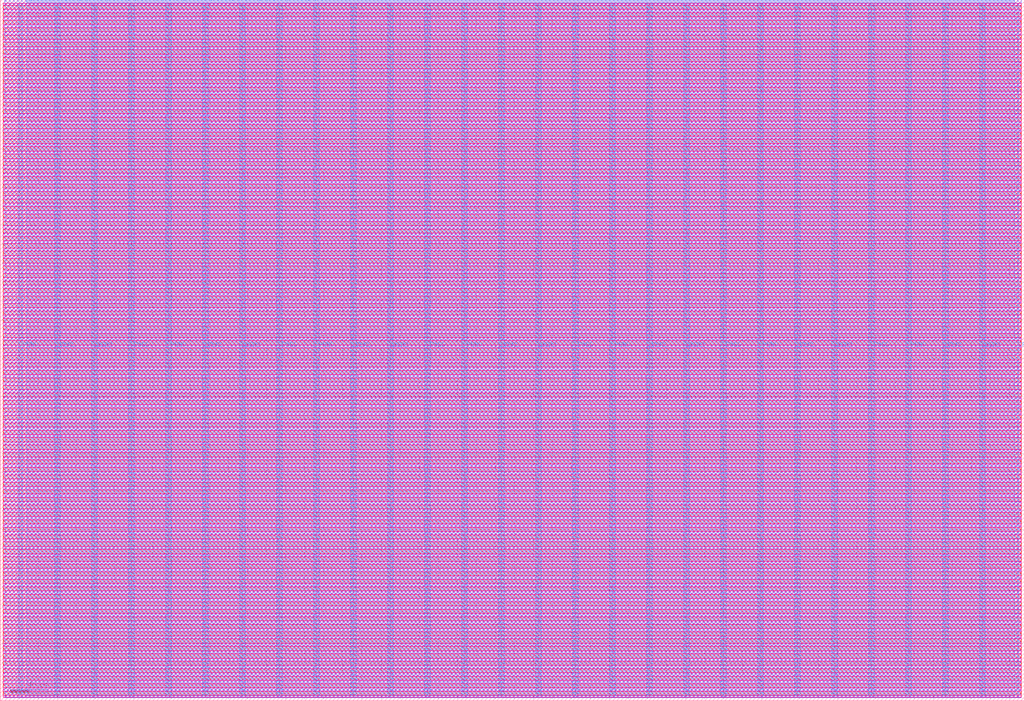
<source format=lef>
VERSION 5.7 ;
  NOWIREEXTENSIONATPIN ON ;
  DIVIDERCHAR "/" ;
  BUSBITCHARS "[]" ;
MACRO tt_um_BLE_RX
  CLASS BLOCK ;
  FOREIGN tt_um_BLE_RX ;
  ORIGIN 0.000 0.000 ;
  SIZE 1075.760 BY 736.960 ;
  PIN VGND
    DIRECTION INOUT ;
    USE GROUND ;
    PORT
      LAYER Metal4 ;
        RECT 22.180 3.620 23.780 733.340 ;
    END
    PORT
      LAYER Metal4 ;
        RECT 61.050 3.620 62.650 733.340 ;
    END
    PORT
      LAYER Metal4 ;
        RECT 99.920 3.620 101.520 733.340 ;
    END
    PORT
      LAYER Metal4 ;
        RECT 138.790 3.620 140.390 733.340 ;
    END
    PORT
      LAYER Metal4 ;
        RECT 177.660 3.620 179.260 733.340 ;
    END
    PORT
      LAYER Metal4 ;
        RECT 216.530 3.620 218.130 733.340 ;
    END
    PORT
      LAYER Metal4 ;
        RECT 255.400 3.620 257.000 733.340 ;
    END
    PORT
      LAYER Metal4 ;
        RECT 294.270 3.620 295.870 733.340 ;
    END
    PORT
      LAYER Metal4 ;
        RECT 333.140 3.620 334.740 733.340 ;
    END
    PORT
      LAYER Metal4 ;
        RECT 372.010 3.620 373.610 733.340 ;
    END
    PORT
      LAYER Metal4 ;
        RECT 410.880 3.620 412.480 733.340 ;
    END
    PORT
      LAYER Metal4 ;
        RECT 449.750 3.620 451.350 733.340 ;
    END
    PORT
      LAYER Metal4 ;
        RECT 488.620 3.620 490.220 733.340 ;
    END
    PORT
      LAYER Metal4 ;
        RECT 527.490 3.620 529.090 733.340 ;
    END
    PORT
      LAYER Metal4 ;
        RECT 566.360 3.620 567.960 733.340 ;
    END
    PORT
      LAYER Metal4 ;
        RECT 605.230 3.620 606.830 733.340 ;
    END
    PORT
      LAYER Metal4 ;
        RECT 644.100 3.620 645.700 733.340 ;
    END
    PORT
      LAYER Metal4 ;
        RECT 682.970 3.620 684.570 733.340 ;
    END
    PORT
      LAYER Metal4 ;
        RECT 721.840 3.620 723.440 733.340 ;
    END
    PORT
      LAYER Metal4 ;
        RECT 760.710 3.620 762.310 733.340 ;
    END
    PORT
      LAYER Metal4 ;
        RECT 799.580 3.620 801.180 733.340 ;
    END
    PORT
      LAYER Metal4 ;
        RECT 838.450 3.620 840.050 733.340 ;
    END
    PORT
      LAYER Metal4 ;
        RECT 877.320 3.620 878.920 733.340 ;
    END
    PORT
      LAYER Metal4 ;
        RECT 916.190 3.620 917.790 733.340 ;
    END
    PORT
      LAYER Metal4 ;
        RECT 955.060 3.620 956.660 733.340 ;
    END
    PORT
      LAYER Metal4 ;
        RECT 993.930 3.620 995.530 733.340 ;
    END
    PORT
      LAYER Metal4 ;
        RECT 1032.800 3.620 1034.400 733.340 ;
    END
  END VGND
  PIN VPWR
    DIRECTION INOUT ;
    USE POWER ;
    PORT
      LAYER Metal4 ;
        RECT 18.880 3.620 20.480 733.340 ;
    END
    PORT
      LAYER Metal4 ;
        RECT 57.750 3.620 59.350 733.340 ;
    END
    PORT
      LAYER Metal4 ;
        RECT 96.620 3.620 98.220 733.340 ;
    END
    PORT
      LAYER Metal4 ;
        RECT 135.490 3.620 137.090 733.340 ;
    END
    PORT
      LAYER Metal4 ;
        RECT 174.360 3.620 175.960 733.340 ;
    END
    PORT
      LAYER Metal4 ;
        RECT 213.230 3.620 214.830 733.340 ;
    END
    PORT
      LAYER Metal4 ;
        RECT 252.100 3.620 253.700 733.340 ;
    END
    PORT
      LAYER Metal4 ;
        RECT 290.970 3.620 292.570 733.340 ;
    END
    PORT
      LAYER Metal4 ;
        RECT 329.840 3.620 331.440 733.340 ;
    END
    PORT
      LAYER Metal4 ;
        RECT 368.710 3.620 370.310 733.340 ;
    END
    PORT
      LAYER Metal4 ;
        RECT 407.580 3.620 409.180 733.340 ;
    END
    PORT
      LAYER Metal4 ;
        RECT 446.450 3.620 448.050 733.340 ;
    END
    PORT
      LAYER Metal4 ;
        RECT 485.320 3.620 486.920 733.340 ;
    END
    PORT
      LAYER Metal4 ;
        RECT 524.190 3.620 525.790 733.340 ;
    END
    PORT
      LAYER Metal4 ;
        RECT 563.060 3.620 564.660 733.340 ;
    END
    PORT
      LAYER Metal4 ;
        RECT 601.930 3.620 603.530 733.340 ;
    END
    PORT
      LAYER Metal4 ;
        RECT 640.800 3.620 642.400 733.340 ;
    END
    PORT
      LAYER Metal4 ;
        RECT 679.670 3.620 681.270 733.340 ;
    END
    PORT
      LAYER Metal4 ;
        RECT 718.540 3.620 720.140 733.340 ;
    END
    PORT
      LAYER Metal4 ;
        RECT 757.410 3.620 759.010 733.340 ;
    END
    PORT
      LAYER Metal4 ;
        RECT 796.280 3.620 797.880 733.340 ;
    END
    PORT
      LAYER Metal4 ;
        RECT 835.150 3.620 836.750 733.340 ;
    END
    PORT
      LAYER Metal4 ;
        RECT 874.020 3.620 875.620 733.340 ;
    END
    PORT
      LAYER Metal4 ;
        RECT 912.890 3.620 914.490 733.340 ;
    END
    PORT
      LAYER Metal4 ;
        RECT 951.760 3.620 953.360 733.340 ;
    END
    PORT
      LAYER Metal4 ;
        RECT 990.630 3.620 992.230 733.340 ;
    END
    PORT
      LAYER Metal4 ;
        RECT 1029.500 3.620 1031.100 733.340 ;
    END
    PORT
      LAYER Metal4 ;
        RECT 1068.370 3.620 1069.970 733.340 ;
    END
  END VPWR
  PIN clk
    DIRECTION INPUT ;
    USE SIGNAL ;
    ANTENNAGATEAREA 4.738000 ;
    PORT
      LAYER Metal4 ;
        RECT 331.090 735.960 331.390 736.960 ;
    END
  END clk
  PIN ena
    DIRECTION INPUT ;
    USE SIGNAL ;
    ANTENNAGATEAREA 1.102000 ;
    PORT
      LAYER Metal4 ;
        RECT 338.370 735.960 338.670 736.960 ;
    END
  END ena
  PIN rst_n
    DIRECTION INPUT ;
    USE SIGNAL ;
    ANTENNAGATEAREA 1.102000 ;
    PORT
      LAYER Metal4 ;
        RECT 323.810 735.960 324.110 736.960 ;
    END
  END rst_n
  PIN ui_in[0]
    DIRECTION INPUT ;
    USE SIGNAL ;
    ANTENNAGATEAREA 1.102000 ;
    PORT
      LAYER Metal4 ;
        RECT 316.530 735.960 316.830 736.960 ;
    END
  END ui_in[0]
  PIN ui_in[1]
    DIRECTION INPUT ;
    USE SIGNAL ;
    ANTENNAGATEAREA 1.102000 ;
    PORT
      LAYER Metal4 ;
        RECT 309.250 735.960 309.550 736.960 ;
    END
  END ui_in[1]
  PIN ui_in[2]
    DIRECTION INPUT ;
    USE SIGNAL ;
    ANTENNAGATEAREA 1.102000 ;
    PORT
      LAYER Metal4 ;
        RECT 301.970 735.960 302.270 736.960 ;
    END
  END ui_in[2]
  PIN ui_in[3]
    DIRECTION INPUT ;
    USE SIGNAL ;
    ANTENNAGATEAREA 1.102000 ;
    PORT
      LAYER Metal4 ;
        RECT 294.690 735.960 294.990 736.960 ;
    END
  END ui_in[3]
  PIN ui_in[4]
    DIRECTION INPUT ;
    USE SIGNAL ;
    ANTENNAGATEAREA 1.102000 ;
    PORT
      LAYER Metal4 ;
        RECT 287.410 735.960 287.710 736.960 ;
    END
  END ui_in[4]
  PIN ui_in[5]
    DIRECTION INPUT ;
    USE SIGNAL ;
    ANTENNAGATEAREA 1.102000 ;
    PORT
      LAYER Metal4 ;
        RECT 280.130 735.960 280.430 736.960 ;
    END
  END ui_in[5]
  PIN ui_in[6]
    DIRECTION INPUT ;
    USE SIGNAL ;
    ANTENNAGATEAREA 1.102000 ;
    PORT
      LAYER Metal4 ;
        RECT 272.850 735.960 273.150 736.960 ;
    END
  END ui_in[6]
  PIN ui_in[7]
    DIRECTION INPUT ;
    USE SIGNAL ;
    ANTENNAGATEAREA 1.102000 ;
    PORT
      LAYER Metal4 ;
        RECT 265.570 735.960 265.870 736.960 ;
    END
  END ui_in[7]
  PIN uio_in[0]
    DIRECTION INPUT ;
    USE SIGNAL ;
    ANTENNAGATEAREA 1.102000 ;
    PORT
      LAYER Metal4 ;
        RECT 258.290 735.960 258.590 736.960 ;
    END
  END uio_in[0]
  PIN uio_in[1]
    DIRECTION INPUT ;
    USE SIGNAL ;
    ANTENNAGATEAREA 1.102000 ;
    PORT
      LAYER Metal4 ;
        RECT 251.010 735.960 251.310 736.960 ;
    END
  END uio_in[1]
  PIN uio_in[2]
    DIRECTION INPUT ;
    USE SIGNAL ;
    PORT
      LAYER Metal4 ;
        RECT 243.730 735.960 244.030 736.960 ;
    END
  END uio_in[2]
  PIN uio_in[3]
    DIRECTION INPUT ;
    USE SIGNAL ;
    PORT
      LAYER Metal4 ;
        RECT 236.450 735.960 236.750 736.960 ;
    END
  END uio_in[3]
  PIN uio_in[4]
    DIRECTION INPUT ;
    USE SIGNAL ;
    PORT
      LAYER Metal4 ;
        RECT 229.170 735.960 229.470 736.960 ;
    END
  END uio_in[4]
  PIN uio_in[5]
    DIRECTION INPUT ;
    USE SIGNAL ;
    PORT
      LAYER Metal4 ;
        RECT 221.890 735.960 222.190 736.960 ;
    END
  END uio_in[5]
  PIN uio_in[6]
    DIRECTION INPUT ;
    USE SIGNAL ;
    PORT
      LAYER Metal4 ;
        RECT 214.610 735.960 214.910 736.960 ;
    END
  END uio_in[6]
  PIN uio_in[7]
    DIRECTION INPUT ;
    USE SIGNAL ;
    PORT
      LAYER Metal4 ;
        RECT 207.330 735.960 207.630 736.960 ;
    END
  END uio_in[7]
  PIN uio_oe[0]
    DIRECTION OUTPUT ;
    USE SIGNAL ;
    ANTENNADIFFAREA 0.360800 ;
    PORT
      LAYER Metal4 ;
        RECT 83.570 735.960 83.870 736.960 ;
    END
  END uio_oe[0]
  PIN uio_oe[1]
    DIRECTION OUTPUT ;
    USE SIGNAL ;
    ANTENNADIFFAREA 0.360800 ;
    PORT
      LAYER Metal4 ;
        RECT 76.290 735.960 76.590 736.960 ;
    END
  END uio_oe[1]
  PIN uio_oe[2]
    DIRECTION OUTPUT ;
    USE SIGNAL ;
    ANTENNADIFFAREA 0.536800 ;
    PORT
      LAYER Metal4 ;
        RECT 69.010 735.960 69.310 736.960 ;
    END
  END uio_oe[2]
  PIN uio_oe[3]
    DIRECTION OUTPUT ;
    USE SIGNAL ;
    ANTENNADIFFAREA 0.536800 ;
    PORT
      LAYER Metal4 ;
        RECT 61.730 735.960 62.030 736.960 ;
    END
  END uio_oe[3]
  PIN uio_oe[4]
    DIRECTION OUTPUT ;
    USE SIGNAL ;
    ANTENNADIFFAREA 0.536800 ;
    PORT
      LAYER Metal4 ;
        RECT 54.450 735.960 54.750 736.960 ;
    END
  END uio_oe[4]
  PIN uio_oe[5]
    DIRECTION OUTPUT ;
    USE SIGNAL ;
    ANTENNADIFFAREA 0.536800 ;
    PORT
      LAYER Metal4 ;
        RECT 47.170 735.960 47.470 736.960 ;
    END
  END uio_oe[5]
  PIN uio_oe[6]
    DIRECTION OUTPUT ;
    USE SIGNAL ;
    ANTENNADIFFAREA 0.536800 ;
    PORT
      LAYER Metal4 ;
        RECT 39.890 735.960 40.190 736.960 ;
    END
  END uio_oe[6]
  PIN uio_oe[7]
    DIRECTION OUTPUT ;
    USE SIGNAL ;
    ANTENNADIFFAREA 0.536800 ;
    PORT
      LAYER Metal4 ;
        RECT 32.610 735.960 32.910 736.960 ;
    END
  END uio_oe[7]
  PIN uio_out[0]
    DIRECTION OUTPUT ;
    USE SIGNAL ;
    ANTENNADIFFAREA 0.360800 ;
    PORT
      LAYER Metal4 ;
        RECT 141.810 735.960 142.110 736.960 ;
    END
  END uio_out[0]
  PIN uio_out[1]
    DIRECTION OUTPUT ;
    USE SIGNAL ;
    ANTENNADIFFAREA 0.360800 ;
    PORT
      LAYER Metal4 ;
        RECT 134.530 735.960 134.830 736.960 ;
    END
  END uio_out[1]
  PIN uio_out[2]
    DIRECTION OUTPUT ;
    USE SIGNAL ;
    ANTENNAGATEAREA 5.006000 ;
    ANTENNADIFFAREA 2.111200 ;
    PORT
      LAYER Metal4 ;
        RECT 127.250 735.960 127.550 736.960 ;
    END
  END uio_out[2]
  PIN uio_out[3]
    DIRECTION OUTPUT ;
    USE SIGNAL ;
    ANTENNAGATEAREA 5.465000 ;
    ANTENNADIFFAREA 2.111200 ;
    PORT
      LAYER Metal4 ;
        RECT 119.970 735.960 120.270 736.960 ;
    END
  END uio_out[3]
  PIN uio_out[4]
    DIRECTION OUTPUT ;
    USE SIGNAL ;
    ANTENNAGATEAREA 5.006000 ;
    ANTENNADIFFAREA 2.111200 ;
    PORT
      LAYER Metal4 ;
        RECT 112.690 735.960 112.990 736.960 ;
    END
  END uio_out[4]
  PIN uio_out[5]
    DIRECTION OUTPUT ;
    USE SIGNAL ;
    ANTENNAGATEAREA 5.510000 ;
    ANTENNADIFFAREA 2.111200 ;
    PORT
      LAYER Metal4 ;
        RECT 105.410 735.960 105.710 736.960 ;
    END
  END uio_out[5]
  PIN uio_out[6]
    DIRECTION OUTPUT ;
    USE SIGNAL ;
    ANTENNADIFFAREA 4.731200 ;
    PORT
      LAYER Metal4 ;
        RECT 98.130 735.960 98.430 736.960 ;
    END
  END uio_out[6]
  PIN uio_out[7]
    DIRECTION OUTPUT ;
    USE SIGNAL ;
    ANTENNADIFFAREA 4.731200 ;
    PORT
      LAYER Metal4 ;
        RECT 90.850 735.960 91.150 736.960 ;
    END
  END uio_out[7]
  PIN uo_out[0]
    DIRECTION OUTPUT ;
    USE SIGNAL ;
    ANTENNADIFFAREA 1.055600 ;
    PORT
      LAYER Metal4 ;
        RECT 200.050 735.960 200.350 736.960 ;
    END
  END uo_out[0]
  PIN uo_out[1]
    DIRECTION OUTPUT ;
    USE SIGNAL ;
    ANTENNADIFFAREA 1.055600 ;
    PORT
      LAYER Metal4 ;
        RECT 192.770 735.960 193.070 736.960 ;
    END
  END uo_out[1]
  PIN uo_out[2]
    DIRECTION OUTPUT ;
    USE SIGNAL ;
    ANTENNADIFFAREA 1.055600 ;
    PORT
      LAYER Metal4 ;
        RECT 185.490 735.960 185.790 736.960 ;
    END
  END uo_out[2]
  PIN uo_out[3]
    DIRECTION OUTPUT ;
    USE SIGNAL ;
    ANTENNADIFFAREA 1.055600 ;
    PORT
      LAYER Metal4 ;
        RECT 178.210 735.960 178.510 736.960 ;
    END
  END uo_out[3]
  PIN uo_out[4]
    DIRECTION OUTPUT ;
    USE SIGNAL ;
    ANTENNADIFFAREA 1.055600 ;
    PORT
      LAYER Metal4 ;
        RECT 170.930 735.960 171.230 736.960 ;
    END
  END uo_out[4]
  PIN uo_out[5]
    DIRECTION OUTPUT ;
    USE SIGNAL ;
    ANTENNADIFFAREA 1.055600 ;
    PORT
      LAYER Metal4 ;
        RECT 163.650 735.960 163.950 736.960 ;
    END
  END uo_out[5]
  PIN uo_out[6]
    DIRECTION OUTPUT ;
    USE SIGNAL ;
    ANTENNADIFFAREA 1.055600 ;
    PORT
      LAYER Metal4 ;
        RECT 156.370 735.960 156.670 736.960 ;
    END
  END uo_out[6]
  PIN uo_out[7]
    DIRECTION OUTPUT ;
    USE SIGNAL ;
    ANTENNADIFFAREA 1.055600 ;
    PORT
      LAYER Metal4 ;
        RECT 149.090 735.960 149.390 736.960 ;
    END
  END uo_out[7]
  OBS
      LAYER Pwell ;
        RECT 2.930 731.280 1072.830 733.470 ;
      LAYER Nwell ;
        RECT 2.930 726.960 1072.830 731.280 ;
      LAYER Pwell ;
        RECT 2.930 723.440 1072.830 726.960 ;
      LAYER Nwell ;
        RECT 2.930 719.120 1072.830 723.440 ;
      LAYER Pwell ;
        RECT 2.930 715.600 1072.830 719.120 ;
      LAYER Nwell ;
        RECT 2.930 711.280 1072.830 715.600 ;
      LAYER Pwell ;
        RECT 2.930 707.760 1072.830 711.280 ;
      LAYER Nwell ;
        RECT 2.930 703.440 1072.830 707.760 ;
      LAYER Pwell ;
        RECT 2.930 699.920 1072.830 703.440 ;
      LAYER Nwell ;
        RECT 2.930 695.600 1072.830 699.920 ;
      LAYER Pwell ;
        RECT 2.930 692.080 1072.830 695.600 ;
      LAYER Nwell ;
        RECT 2.930 687.760 1072.830 692.080 ;
      LAYER Pwell ;
        RECT 2.930 684.240 1072.830 687.760 ;
      LAYER Nwell ;
        RECT 2.930 679.920 1072.830 684.240 ;
      LAYER Pwell ;
        RECT 2.930 676.400 1072.830 679.920 ;
      LAYER Nwell ;
        RECT 2.930 672.080 1072.830 676.400 ;
      LAYER Pwell ;
        RECT 2.930 668.560 1072.830 672.080 ;
      LAYER Nwell ;
        RECT 2.930 664.240 1072.830 668.560 ;
      LAYER Pwell ;
        RECT 2.930 660.720 1072.830 664.240 ;
      LAYER Nwell ;
        RECT 2.930 656.400 1072.830 660.720 ;
      LAYER Pwell ;
        RECT 2.930 652.880 1072.830 656.400 ;
      LAYER Nwell ;
        RECT 2.930 648.560 1072.830 652.880 ;
      LAYER Pwell ;
        RECT 2.930 645.040 1072.830 648.560 ;
      LAYER Nwell ;
        RECT 2.930 640.720 1072.830 645.040 ;
      LAYER Pwell ;
        RECT 2.930 637.200 1072.830 640.720 ;
      LAYER Nwell ;
        RECT 2.930 632.880 1072.830 637.200 ;
      LAYER Pwell ;
        RECT 2.930 629.360 1072.830 632.880 ;
      LAYER Nwell ;
        RECT 2.930 625.040 1072.830 629.360 ;
      LAYER Pwell ;
        RECT 2.930 621.520 1072.830 625.040 ;
      LAYER Nwell ;
        RECT 2.930 617.200 1072.830 621.520 ;
      LAYER Pwell ;
        RECT 2.930 613.680 1072.830 617.200 ;
      LAYER Nwell ;
        RECT 2.930 609.360 1072.830 613.680 ;
      LAYER Pwell ;
        RECT 2.930 605.840 1072.830 609.360 ;
      LAYER Nwell ;
        RECT 2.930 601.520 1072.830 605.840 ;
      LAYER Pwell ;
        RECT 2.930 598.000 1072.830 601.520 ;
      LAYER Nwell ;
        RECT 2.930 593.680 1072.830 598.000 ;
      LAYER Pwell ;
        RECT 2.930 590.160 1072.830 593.680 ;
      LAYER Nwell ;
        RECT 2.930 585.840 1072.830 590.160 ;
      LAYER Pwell ;
        RECT 2.930 582.320 1072.830 585.840 ;
      LAYER Nwell ;
        RECT 2.930 578.000 1072.830 582.320 ;
      LAYER Pwell ;
        RECT 2.930 574.480 1072.830 578.000 ;
      LAYER Nwell ;
        RECT 2.930 570.160 1072.830 574.480 ;
      LAYER Pwell ;
        RECT 2.930 566.640 1072.830 570.160 ;
      LAYER Nwell ;
        RECT 2.930 562.320 1072.830 566.640 ;
      LAYER Pwell ;
        RECT 2.930 558.800 1072.830 562.320 ;
      LAYER Nwell ;
        RECT 2.930 554.480 1072.830 558.800 ;
      LAYER Pwell ;
        RECT 2.930 550.960 1072.830 554.480 ;
      LAYER Nwell ;
        RECT 2.930 546.640 1072.830 550.960 ;
      LAYER Pwell ;
        RECT 2.930 543.120 1072.830 546.640 ;
      LAYER Nwell ;
        RECT 2.930 538.800 1072.830 543.120 ;
      LAYER Pwell ;
        RECT 2.930 535.280 1072.830 538.800 ;
      LAYER Nwell ;
        RECT 2.930 530.960 1072.830 535.280 ;
      LAYER Pwell ;
        RECT 2.930 527.440 1072.830 530.960 ;
      LAYER Nwell ;
        RECT 2.930 523.120 1072.830 527.440 ;
      LAYER Pwell ;
        RECT 2.930 519.600 1072.830 523.120 ;
      LAYER Nwell ;
        RECT 2.930 515.280 1072.830 519.600 ;
      LAYER Pwell ;
        RECT 2.930 511.760 1072.830 515.280 ;
      LAYER Nwell ;
        RECT 2.930 507.440 1072.830 511.760 ;
      LAYER Pwell ;
        RECT 2.930 503.920 1072.830 507.440 ;
      LAYER Nwell ;
        RECT 2.930 499.600 1072.830 503.920 ;
      LAYER Pwell ;
        RECT 2.930 496.080 1072.830 499.600 ;
      LAYER Nwell ;
        RECT 2.930 491.760 1072.830 496.080 ;
      LAYER Pwell ;
        RECT 2.930 488.240 1072.830 491.760 ;
      LAYER Nwell ;
        RECT 2.930 483.920 1072.830 488.240 ;
      LAYER Pwell ;
        RECT 2.930 480.400 1072.830 483.920 ;
      LAYER Nwell ;
        RECT 2.930 476.080 1072.830 480.400 ;
      LAYER Pwell ;
        RECT 2.930 472.560 1072.830 476.080 ;
      LAYER Nwell ;
        RECT 2.930 468.240 1072.830 472.560 ;
      LAYER Pwell ;
        RECT 2.930 464.720 1072.830 468.240 ;
      LAYER Nwell ;
        RECT 2.930 460.400 1072.830 464.720 ;
      LAYER Pwell ;
        RECT 2.930 456.880 1072.830 460.400 ;
      LAYER Nwell ;
        RECT 2.930 452.560 1072.830 456.880 ;
      LAYER Pwell ;
        RECT 2.930 449.040 1072.830 452.560 ;
      LAYER Nwell ;
        RECT 2.930 444.720 1072.830 449.040 ;
      LAYER Pwell ;
        RECT 2.930 441.200 1072.830 444.720 ;
      LAYER Nwell ;
        RECT 2.930 436.880 1072.830 441.200 ;
      LAYER Pwell ;
        RECT 2.930 433.360 1072.830 436.880 ;
      LAYER Nwell ;
        RECT 2.930 429.040 1072.830 433.360 ;
      LAYER Pwell ;
        RECT 2.930 425.520 1072.830 429.040 ;
      LAYER Nwell ;
        RECT 2.930 421.200 1072.830 425.520 ;
      LAYER Pwell ;
        RECT 2.930 417.680 1072.830 421.200 ;
      LAYER Nwell ;
        RECT 2.930 413.360 1072.830 417.680 ;
      LAYER Pwell ;
        RECT 2.930 409.840 1072.830 413.360 ;
      LAYER Nwell ;
        RECT 2.930 405.520 1072.830 409.840 ;
      LAYER Pwell ;
        RECT 2.930 402.000 1072.830 405.520 ;
      LAYER Nwell ;
        RECT 2.930 397.680 1072.830 402.000 ;
      LAYER Pwell ;
        RECT 2.930 394.160 1072.830 397.680 ;
      LAYER Nwell ;
        RECT 2.930 389.840 1072.830 394.160 ;
      LAYER Pwell ;
        RECT 2.930 386.320 1072.830 389.840 ;
      LAYER Nwell ;
        RECT 2.930 382.000 1072.830 386.320 ;
      LAYER Pwell ;
        RECT 2.930 378.480 1072.830 382.000 ;
      LAYER Nwell ;
        RECT 2.930 374.160 1072.830 378.480 ;
      LAYER Pwell ;
        RECT 2.930 370.640 1072.830 374.160 ;
      LAYER Nwell ;
        RECT 2.930 366.320 1072.830 370.640 ;
      LAYER Pwell ;
        RECT 2.930 362.800 1072.830 366.320 ;
      LAYER Nwell ;
        RECT 2.930 358.480 1072.830 362.800 ;
      LAYER Pwell ;
        RECT 2.930 354.960 1072.830 358.480 ;
      LAYER Nwell ;
        RECT 2.930 350.640 1072.830 354.960 ;
      LAYER Pwell ;
        RECT 2.930 347.120 1072.830 350.640 ;
      LAYER Nwell ;
        RECT 2.930 342.800 1072.830 347.120 ;
      LAYER Pwell ;
        RECT 2.930 339.280 1072.830 342.800 ;
      LAYER Nwell ;
        RECT 2.930 334.960 1072.830 339.280 ;
      LAYER Pwell ;
        RECT 2.930 331.440 1072.830 334.960 ;
      LAYER Nwell ;
        RECT 2.930 327.120 1072.830 331.440 ;
      LAYER Pwell ;
        RECT 2.930 323.600 1072.830 327.120 ;
      LAYER Nwell ;
        RECT 2.930 319.280 1072.830 323.600 ;
      LAYER Pwell ;
        RECT 2.930 315.760 1072.830 319.280 ;
      LAYER Nwell ;
        RECT 2.930 311.440 1072.830 315.760 ;
      LAYER Pwell ;
        RECT 2.930 307.920 1072.830 311.440 ;
      LAYER Nwell ;
        RECT 2.930 303.600 1072.830 307.920 ;
      LAYER Pwell ;
        RECT 2.930 300.080 1072.830 303.600 ;
      LAYER Nwell ;
        RECT 2.930 295.760 1072.830 300.080 ;
      LAYER Pwell ;
        RECT 2.930 292.240 1072.830 295.760 ;
      LAYER Nwell ;
        RECT 2.930 287.920 1072.830 292.240 ;
      LAYER Pwell ;
        RECT 2.930 284.400 1072.830 287.920 ;
      LAYER Nwell ;
        RECT 2.930 280.080 1072.830 284.400 ;
      LAYER Pwell ;
        RECT 2.930 276.560 1072.830 280.080 ;
      LAYER Nwell ;
        RECT 2.930 272.240 1072.830 276.560 ;
      LAYER Pwell ;
        RECT 2.930 268.720 1072.830 272.240 ;
      LAYER Nwell ;
        RECT 2.930 264.400 1072.830 268.720 ;
      LAYER Pwell ;
        RECT 2.930 260.880 1072.830 264.400 ;
      LAYER Nwell ;
        RECT 2.930 256.560 1072.830 260.880 ;
      LAYER Pwell ;
        RECT 2.930 253.040 1072.830 256.560 ;
      LAYER Nwell ;
        RECT 2.930 248.720 1072.830 253.040 ;
      LAYER Pwell ;
        RECT 2.930 245.200 1072.830 248.720 ;
      LAYER Nwell ;
        RECT 2.930 240.880 1072.830 245.200 ;
      LAYER Pwell ;
        RECT 2.930 237.360 1072.830 240.880 ;
      LAYER Nwell ;
        RECT 2.930 233.040 1072.830 237.360 ;
      LAYER Pwell ;
        RECT 2.930 229.520 1072.830 233.040 ;
      LAYER Nwell ;
        RECT 2.930 225.200 1072.830 229.520 ;
      LAYER Pwell ;
        RECT 2.930 221.680 1072.830 225.200 ;
      LAYER Nwell ;
        RECT 2.930 217.360 1072.830 221.680 ;
      LAYER Pwell ;
        RECT 2.930 213.840 1072.830 217.360 ;
      LAYER Nwell ;
        RECT 2.930 209.520 1072.830 213.840 ;
      LAYER Pwell ;
        RECT 2.930 206.000 1072.830 209.520 ;
      LAYER Nwell ;
        RECT 2.930 201.680 1072.830 206.000 ;
      LAYER Pwell ;
        RECT 2.930 198.160 1072.830 201.680 ;
      LAYER Nwell ;
        RECT 2.930 193.840 1072.830 198.160 ;
      LAYER Pwell ;
        RECT 2.930 190.320 1072.830 193.840 ;
      LAYER Nwell ;
        RECT 2.930 186.000 1072.830 190.320 ;
      LAYER Pwell ;
        RECT 2.930 182.480 1072.830 186.000 ;
      LAYER Nwell ;
        RECT 2.930 178.160 1072.830 182.480 ;
      LAYER Pwell ;
        RECT 2.930 174.640 1072.830 178.160 ;
      LAYER Nwell ;
        RECT 2.930 170.320 1072.830 174.640 ;
      LAYER Pwell ;
        RECT 2.930 166.800 1072.830 170.320 ;
      LAYER Nwell ;
        RECT 2.930 162.480 1072.830 166.800 ;
      LAYER Pwell ;
        RECT 2.930 158.960 1072.830 162.480 ;
      LAYER Nwell ;
        RECT 2.930 154.640 1072.830 158.960 ;
      LAYER Pwell ;
        RECT 2.930 151.120 1072.830 154.640 ;
      LAYER Nwell ;
        RECT 2.930 146.800 1072.830 151.120 ;
      LAYER Pwell ;
        RECT 2.930 143.280 1072.830 146.800 ;
      LAYER Nwell ;
        RECT 2.930 138.960 1072.830 143.280 ;
      LAYER Pwell ;
        RECT 2.930 135.440 1072.830 138.960 ;
      LAYER Nwell ;
        RECT 2.930 131.120 1072.830 135.440 ;
      LAYER Pwell ;
        RECT 2.930 127.600 1072.830 131.120 ;
      LAYER Nwell ;
        RECT 2.930 123.280 1072.830 127.600 ;
      LAYER Pwell ;
        RECT 2.930 119.760 1072.830 123.280 ;
      LAYER Nwell ;
        RECT 2.930 115.440 1072.830 119.760 ;
      LAYER Pwell ;
        RECT 2.930 111.920 1072.830 115.440 ;
      LAYER Nwell ;
        RECT 2.930 107.600 1072.830 111.920 ;
      LAYER Pwell ;
        RECT 2.930 104.080 1072.830 107.600 ;
      LAYER Nwell ;
        RECT 2.930 99.760 1072.830 104.080 ;
      LAYER Pwell ;
        RECT 2.930 96.240 1072.830 99.760 ;
      LAYER Nwell ;
        RECT 2.930 91.920 1072.830 96.240 ;
      LAYER Pwell ;
        RECT 2.930 88.400 1072.830 91.920 ;
      LAYER Nwell ;
        RECT 2.930 84.080 1072.830 88.400 ;
      LAYER Pwell ;
        RECT 2.930 80.560 1072.830 84.080 ;
      LAYER Nwell ;
        RECT 2.930 76.240 1072.830 80.560 ;
      LAYER Pwell ;
        RECT 2.930 72.720 1072.830 76.240 ;
      LAYER Nwell ;
        RECT 2.930 68.400 1072.830 72.720 ;
      LAYER Pwell ;
        RECT 2.930 64.880 1072.830 68.400 ;
      LAYER Nwell ;
        RECT 2.930 60.560 1072.830 64.880 ;
      LAYER Pwell ;
        RECT 2.930 57.040 1072.830 60.560 ;
      LAYER Nwell ;
        RECT 2.930 52.720 1072.830 57.040 ;
      LAYER Pwell ;
        RECT 2.930 49.200 1072.830 52.720 ;
      LAYER Nwell ;
        RECT 2.930 44.880 1072.830 49.200 ;
      LAYER Pwell ;
        RECT 2.930 41.360 1072.830 44.880 ;
      LAYER Nwell ;
        RECT 2.930 37.040 1072.830 41.360 ;
      LAYER Pwell ;
        RECT 2.930 33.520 1072.830 37.040 ;
      LAYER Nwell ;
        RECT 2.930 29.200 1072.830 33.520 ;
      LAYER Pwell ;
        RECT 2.930 25.680 1072.830 29.200 ;
      LAYER Nwell ;
        RECT 2.930 21.360 1072.830 25.680 ;
      LAYER Pwell ;
        RECT 2.930 17.840 1072.830 21.360 ;
      LAYER Nwell ;
        RECT 2.930 13.520 1072.830 17.840 ;
      LAYER Pwell ;
        RECT 2.930 10.000 1072.830 13.520 ;
      LAYER Nwell ;
        RECT 2.930 5.680 1072.830 10.000 ;
      LAYER Pwell ;
        RECT 2.930 3.490 1072.830 5.680 ;
      LAYER Metal1 ;
        RECT 3.360 3.620 1072.400 733.340 ;
      LAYER Metal2 ;
        RECT 4.620 2.890 1072.820 736.870 ;
      LAYER Metal3 ;
        RECT 4.570 2.940 1072.870 736.820 ;
      LAYER Metal4 ;
        RECT 27.580 735.660 32.310 735.960 ;
        RECT 33.210 735.660 39.590 735.960 ;
        RECT 40.490 735.660 46.870 735.960 ;
        RECT 47.770 735.660 54.150 735.960 ;
        RECT 55.050 735.660 61.430 735.960 ;
        RECT 62.330 735.660 68.710 735.960 ;
        RECT 69.610 735.660 75.990 735.960 ;
        RECT 76.890 735.660 83.270 735.960 ;
        RECT 84.170 735.660 90.550 735.960 ;
        RECT 91.450 735.660 97.830 735.960 ;
        RECT 98.730 735.660 105.110 735.960 ;
        RECT 106.010 735.660 112.390 735.960 ;
        RECT 113.290 735.660 119.670 735.960 ;
        RECT 120.570 735.660 126.950 735.960 ;
        RECT 127.850 735.660 134.230 735.960 ;
        RECT 135.130 735.660 141.510 735.960 ;
        RECT 142.410 735.660 148.790 735.960 ;
        RECT 149.690 735.660 156.070 735.960 ;
        RECT 156.970 735.660 163.350 735.960 ;
        RECT 164.250 735.660 170.630 735.960 ;
        RECT 171.530 735.660 177.910 735.960 ;
        RECT 178.810 735.660 185.190 735.960 ;
        RECT 186.090 735.660 192.470 735.960 ;
        RECT 193.370 735.660 199.750 735.960 ;
        RECT 200.650 735.660 207.030 735.960 ;
        RECT 207.930 735.660 214.310 735.960 ;
        RECT 215.210 735.660 221.590 735.960 ;
        RECT 222.490 735.660 228.870 735.960 ;
        RECT 229.770 735.660 236.150 735.960 ;
        RECT 237.050 735.660 243.430 735.960 ;
        RECT 244.330 735.660 250.710 735.960 ;
        RECT 251.610 735.660 257.990 735.960 ;
        RECT 258.890 735.660 265.270 735.960 ;
        RECT 266.170 735.660 272.550 735.960 ;
        RECT 273.450 735.660 279.830 735.960 ;
        RECT 280.730 735.660 287.110 735.960 ;
        RECT 288.010 735.660 294.390 735.960 ;
        RECT 295.290 735.660 301.670 735.960 ;
        RECT 302.570 735.660 308.950 735.960 ;
        RECT 309.850 735.660 316.230 735.960 ;
        RECT 317.130 735.660 323.510 735.960 ;
        RECT 324.410 735.660 330.790 735.960 ;
        RECT 331.690 735.660 338.070 735.960 ;
        RECT 338.970 735.660 1065.540 735.960 ;
        RECT 27.580 733.640 1065.540 735.660 ;
        RECT 27.580 5.130 57.450 733.640 ;
        RECT 59.650 5.130 60.750 733.640 ;
        RECT 62.950 5.130 96.320 733.640 ;
        RECT 98.520 5.130 99.620 733.640 ;
        RECT 101.820 5.130 135.190 733.640 ;
        RECT 137.390 5.130 138.490 733.640 ;
        RECT 140.690 5.130 174.060 733.640 ;
        RECT 176.260 5.130 177.360 733.640 ;
        RECT 179.560 5.130 212.930 733.640 ;
        RECT 215.130 5.130 216.230 733.640 ;
        RECT 218.430 5.130 251.800 733.640 ;
        RECT 254.000 5.130 255.100 733.640 ;
        RECT 257.300 5.130 290.670 733.640 ;
        RECT 292.870 5.130 293.970 733.640 ;
        RECT 296.170 5.130 329.540 733.640 ;
        RECT 331.740 5.130 332.840 733.640 ;
        RECT 335.040 5.130 368.410 733.640 ;
        RECT 370.610 5.130 371.710 733.640 ;
        RECT 373.910 5.130 407.280 733.640 ;
        RECT 409.480 5.130 410.580 733.640 ;
        RECT 412.780 5.130 446.150 733.640 ;
        RECT 448.350 5.130 449.450 733.640 ;
        RECT 451.650 5.130 485.020 733.640 ;
        RECT 487.220 5.130 488.320 733.640 ;
        RECT 490.520 5.130 523.890 733.640 ;
        RECT 526.090 5.130 527.190 733.640 ;
        RECT 529.390 5.130 562.760 733.640 ;
        RECT 564.960 5.130 566.060 733.640 ;
        RECT 568.260 5.130 601.630 733.640 ;
        RECT 603.830 5.130 604.930 733.640 ;
        RECT 607.130 5.130 640.500 733.640 ;
        RECT 642.700 5.130 643.800 733.640 ;
        RECT 646.000 5.130 679.370 733.640 ;
        RECT 681.570 5.130 682.670 733.640 ;
        RECT 684.870 5.130 718.240 733.640 ;
        RECT 720.440 5.130 721.540 733.640 ;
        RECT 723.740 5.130 757.110 733.640 ;
        RECT 759.310 5.130 760.410 733.640 ;
        RECT 762.610 5.130 795.980 733.640 ;
        RECT 798.180 5.130 799.280 733.640 ;
        RECT 801.480 5.130 834.850 733.640 ;
        RECT 837.050 5.130 838.150 733.640 ;
        RECT 840.350 5.130 873.720 733.640 ;
        RECT 875.920 5.130 877.020 733.640 ;
        RECT 879.220 5.130 912.590 733.640 ;
        RECT 914.790 5.130 915.890 733.640 ;
        RECT 918.090 5.130 951.460 733.640 ;
        RECT 953.660 5.130 954.760 733.640 ;
        RECT 956.960 5.130 990.330 733.640 ;
        RECT 992.530 5.130 993.630 733.640 ;
        RECT 995.830 5.130 1029.200 733.640 ;
        RECT 1031.400 5.130 1032.500 733.640 ;
        RECT 1034.700 5.130 1065.540 733.640 ;
  END
END tt_um_BLE_RX
END LIBRARY


</source>
